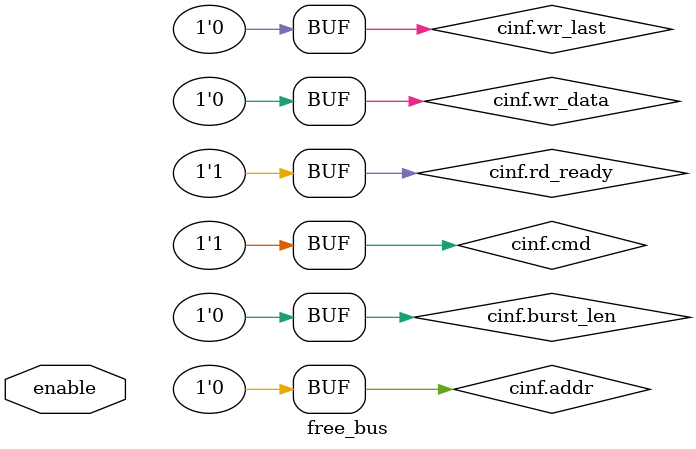
<source format=sv>
/**********************************************
______________                ______________
______________ \  /\  /|\  /| ______________
______________  \/  \/ | \/ | ______________
descript:
author : Young
Version: VERA.0.0
creaded: 2016/11/17 下午7:02:13
madified:
***********************************************/
`timescale 1ns/1ps
module free_bus(
    input       enable,
    common_interface.master cinf
);

logic   clock,rst_n;
assign  clock   = cinf.clock;
assign  rst_n   = cinf.rst_n;


localparam      MAIN_CMD_IDLE = 4'd0,
                COMPLETE_WR = 4'd1,
                WR_WNO_STOP = 4'd2, //write without stop
                COMPLETE_RD = 4'd3,
                RD_WNO_STOP = 4'd4, //read without stop
                SET_IDLE    = 4'd5;

assign cinf.cmd         = COMPLETE_WR;
assign cinf.addr        = 7'b1010_000;
assign cinf.burst_len   = 0;

assign cinf.wr_data     = 8'b1000_0000;
assign cinf.wr_last     = 0;

assign cinf.rd_ready    = 1;

typedef enum {IDLE,SET_CMD,SET_DATA,FSH} STATUS;
STATUS cstate,nstate;

always@(posedge clock/*,negedge rst_n*/)
    if(~rst_n)  cstate  = IDLE;
    else        cstate  = nstate;

always@(*)
    case(cstate)
    IDLE:
        if(enable)
                nstate  = SET_CMD;
        else    nstate  = IDLE;
    SET_CMD:
        if(cinf.cmd_ready)
                nstate  = SET_DATA;
        else    nstate  = SET_CMD;
    SET_DATA:
        if(cinf.wr_ready)
                nstate  = FSH;
        else    nstate  = SET_DATA;
    FSH:        nstate  = IDLE;
    default:    nstate  = IDLE;
    endcase

always@(posedge clock/*,negedge rst_n*/)
    if(~rst_n)  cinf.cmd_vld    <= 1'b0;
    else
        case(nstate)
        SET_CMD:cinf.cmd_vld    <= 1'b1;
        default:cinf.cmd_vld    <= 1'b0;
        endcase

always@(posedge clock/*,negedge rst_n*/)
    if(~rst_n)  cinf.wr_vld    <= 1'b0;
    else
        case(nstate)
        SET_DATA:
                cinf.wr_vld    <= 1'b1;
        default:cinf.wr_vld    <= 1'b0;
        endcase

endmodule

</source>
